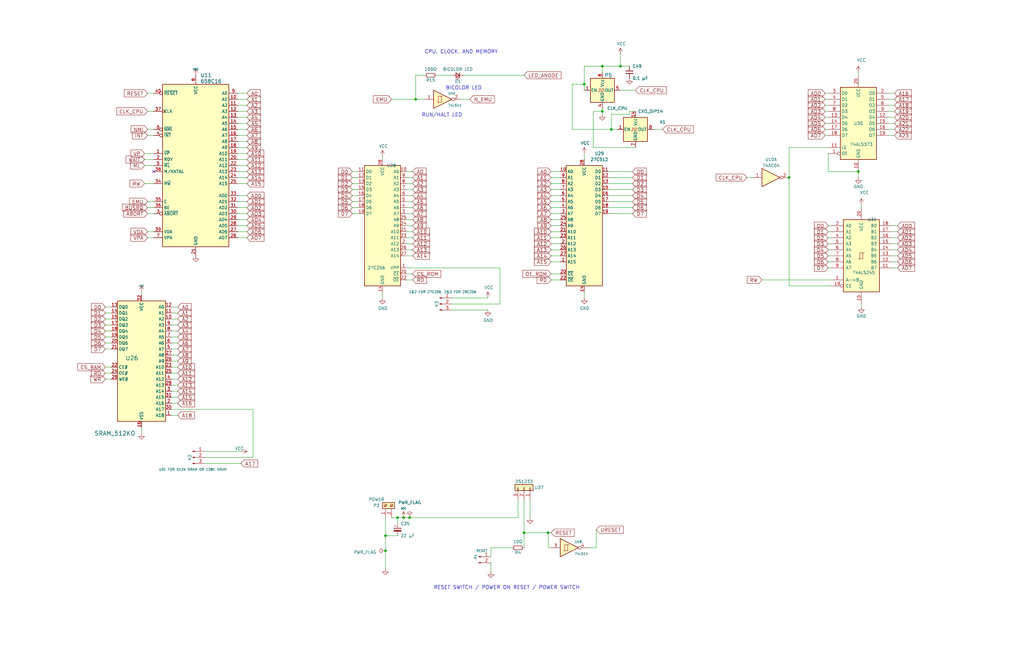
<source format=kicad_sch>
(kicad_sch (version 20230121) (generator eeschema)
  (paper "B")
  (title_block (title "WE65816 - MARK2") (date "2024-09-07") (rev "V0.90"))
  (lib_symbols
    (symbol "74xx:74HC04"
      (property "Reference" "U" (at 0 1.27 0))
      (property "Value" "74HC04" (at 0 -1.27 0))
      (symbol "74HC04_1_0"
        (pin input line (at -7.62 0 0) (length 3.81) (name "~") (number "1"))
        (pin output inverted (at 7.62 0 180) (length 3.81) (name "~") (number "2"))
      )
      (symbol "74HC04_2_0"
        (pin input line (at -7.62 0 0) (length 3.81) (name "~") (number "3"))
        (pin output inverted (at 7.62 0 180) (length 3.81) (name "~") (number "4"))
      )
      (symbol "74HC04_3_0"
        (pin input line (at -7.62 0 0) (length 3.81) (name "~") (number "5"))
        (pin output inverted (at 7.62 0 180) (length 3.81) (name "~") (number "6"))
      )
      (symbol "74HC04_4_0"
        (pin output inverted (at 7.62 0 180) (length 3.81) (name "~") (number "8"))
        (pin input line (at -7.62 0 0) (length 3.81) (name "~") (number "9"))
      )
      (symbol "74HC04_5_0"
        (pin output inverted (at 7.62 0 180) (length 3.81) (name "~") (number "10"))
        (pin input line (at -7.62 0 0) (length 3.81) (name "~") (number "11"))
      )
      (symbol "74HC04_6_0"
        (pin output inverted (at 7.62 0 180) (length 3.81) (name "~") (number "12"))
        (pin input line (at -7.62 0 0) (length 3.81) (name "~") (number "13"))
      )
      (symbol "74HC04_7_0"
        (pin power_in line (at 0 12.7 270) (length 5.08) (name "VCC") (number "14"))
        (pin power_in line (at 0 -12.7 90) (length 5.08) (name "GND") (number "7"))
      )
    )
    (symbol "74xx:74LS14" (pin_names (offset 1.016))
      (property "Reference" "U" (at 0 1.27 0))
      (property "Value" "74LS14" (at 0 -1.27 0))
      (symbol "74LS14_1_0"
        (pin input line (at -7.62 0 0) (length 3.81) (name "~") (number "1"))
        (pin output inverted (at 7.62 0 180) (length 3.81) (name "~") (number "2"))
      )
      (symbol "74LS14_2_0"
        (pin input line (at -7.62 0 0) (length 3.81) (name "~") (number "3"))
        (pin output inverted (at 7.62 0 180) (length 3.81) (name "~") (number "4"))
      )
      (symbol "74LS14_3_0"
        (pin input line (at -7.62 0 0) (length 3.81) (name "~") (number "5"))
        (pin output inverted (at 7.62 0 180) (length 3.81) (name "~") (number "6"))
      )
      (symbol "74LS14_4_0"
        (pin output inverted (at 7.62 0 180) (length 3.81) (name "~") (number "8"))
        (pin input line (at -7.62 0 0) (length 3.81) (name "~") (number "9"))
      )
      (symbol "74LS14_5_0"
        (pin output inverted (at 7.62 0 180) (length 3.81) (name "~") (number "10"))
        (pin input line (at -7.62 0 0) (length 3.81) (name "~") (number "11"))
      )
      (symbol "74LS14_6_0"
        (pin output inverted (at 7.62 0 180) (length 3.81) (name "~") (number "12"))
        (pin input line (at -7.62 0 0) (length 3.81) (name "~") (number "13"))
      )
      (symbol "74LS14_7_0"
        (pin power_in line (at 0 12.7 270) (length 5.08) (name "VCC") (number "14"))
        (pin power_in line (at 0 -12.7 90) (length 5.08) (name "GND") (number "7"))
      )
    )
    (symbol "74xx:74LS245" (pin_names (offset 1.016))
      (property "Reference" "U" (at -7.62 16.51 0))
      (property "Value" "74LS245" (at -7.62 -16.51 0))
      (symbol "74LS245_1_0"
        (pin input line (at -12.7 -10.16 0) (length 5.08) (name "A->B") (number "1"))
        (pin power_in line (at 0 -20.32 90) (length 5.08) (name "GND") (number "10"))
        (pin tri_state line (at 12.7 -5.08 180) (length 5.08) (name "B7") (number "11"))
        (pin tri_state line (at 12.7 -2.54 180) (length 5.08) (name "B6") (number "12"))
        (pin tri_state line (at 12.7 0 180) (length 5.08) (name "B5") (number "13"))
        (pin tri_state line (at 12.7 2.54 180) (length 5.08) (name "B4") (number "14"))
        (pin tri_state line (at 12.7 5.08 180) (length 5.08) (name "B3") (number "15"))
        (pin tri_state line (at 12.7 7.62 180) (length 5.08) (name "B2") (number "16"))
        (pin tri_state line (at 12.7 10.16 180) (length 5.08) (name "B1") (number "17"))
        (pin tri_state line (at 12.7 12.7 180) (length 5.08) (name "B0") (number "18"))
        (pin input inverted (at -12.7 -12.7 0) (length 5.08) (name "CE") (number "19"))
        (pin tri_state line (at -12.7 12.7 0) (length 5.08) (name "A0") (number "2"))
        (pin power_in line (at 0 20.32 270) (length 5.08) (name "VCC") (number "20"))
        (pin tri_state line (at -12.7 10.16 0) (length 5.08) (name "A1") (number "3"))
        (pin tri_state line (at -12.7 7.62 0) (length 5.08) (name "A2") (number "4"))
        (pin tri_state line (at -12.7 5.08 0) (length 5.08) (name "A3") (number "5"))
        (pin tri_state line (at -12.7 2.54 0) (length 5.08) (name "A4") (number "6"))
        (pin tri_state line (at -12.7 0 0) (length 5.08) (name "A5") (number "7"))
        (pin tri_state line (at -12.7 -2.54 0) (length 5.08) (name "A6") (number "8"))
        (pin tri_state line (at -12.7 -5.08 0) (length 5.08) (name "A7") (number "9"))
      )
    )
    (symbol "74xx:74LS373"
      (property "Reference" "U" (at -7.62 16.51 0))
      (property "Value" "74LS373" (at -7.62 -16.51 0))
      (symbol "74LS373_1_0"
        (pin input inverted (at -12.7 -12.7 0) (length 5.08) (name "OE") (number "1"))
        (pin power_in line (at 0 -20.32 90) (length 5.08) (name "GND") (number "10"))
        (pin input line (at -12.7 -10.16 0) (length 5.08) (name "LE") (number "11"))
        (pin tri_state line (at 12.7 2.54 180) (length 5.08) (name "O4") (number "12"))
        (pin input line (at -12.7 2.54 0) (length 5.08) (name "D4") (number "13"))
        (pin input line (at -12.7 0 0) (length 5.08) (name "D5") (number "14"))
        (pin tri_state line (at 12.7 0 180) (length 5.08) (name "O5") (number "15"))
        (pin tri_state line (at 12.7 -2.54 180) (length 5.08) (name "O6") (number "16"))
        (pin input line (at -12.7 -2.54 0) (length 5.08) (name "D6") (number "17"))
        (pin input line (at -12.7 -5.08 0) (length 5.08) (name "D7") (number "18"))
        (pin tri_state line (at 12.7 -5.08 180) (length 5.08) (name "O7") (number "19"))
        (pin tri_state line (at 12.7 12.7 180) (length 5.08) (name "O0") (number "2"))
        (pin power_in line (at 0 20.32 270) (length 5.08) (name "VCC") (number "20"))
        (pin input line (at -12.7 12.7 0) (length 5.08) (name "D0") (number "3"))
        (pin input line (at -12.7 10.16 0) (length 5.08) (name "D1") (number "4"))
        (pin tri_state line (at 12.7 10.16 180) (length 5.08) (name "O1") (number "5"))
        (pin tri_state line (at 12.7 7.62 180) (length 5.08) (name "O2") (number "6"))
        (pin input line (at -12.7 7.62 0) (length 5.08) (name "D2") (number "7"))
        (pin input line (at -12.7 5.08 0) (length 5.08) (name "D3") (number "8"))
        (pin tri_state line (at 12.7 5.08 180) (length 5.08) (name "O3") (number "9"))
      )
    )
    (symbol "Connector:Conn_01x02_Pin" (pin_names (offset 1.016) hide)
      (property "Reference" "J" (at 0 2.54 0))
      (property "Value" "Conn_01x02_Pin" (at 0 -5.08 0))
      (symbol "Conn_01x02_Pin_1_1"
        (pin passive line (at 5.08 0 180) (length 3.81) (name "Pin_1") (number "1"))
        (pin passive line (at 5.08 -2.54 180) (length 3.81) (name "Pin_2") (number "2"))
      )
    )
    (symbol "Connector:Conn_01x03_Pin" (pin_names (offset 1.016) hide)
      (property "Reference" "J" (at 0 5.08 0))
      (property "Value" "Conn_01x03_Pin" (at 0 -5.08 0))
      (symbol "Conn_01x03_Pin_1_1"
        (pin passive line (at 5.08 2.54 180) (length 3.81) (name "Pin_1") (number "1"))
        (pin passive line (at 5.08 0 180) (length 3.81) (name "Pin_2") (number "2"))
        (pin passive line (at 5.08 -2.54 180) (length 3.81) (name "Pin_3") (number "3"))
      )
    )
    (symbol "Connector:Screw_Terminal_01x02" (pin_names (offset 1.016) hide)
      (property "Reference" "J" (at 0 2.54 0))
      (property "Value" "Screw_Terminal_01x02" (at 0 -5.08 0))
      (symbol "Screw_Terminal_01x02_1_1"
        (pin passive line (at -5.08 0 0) (length 3.81) (name "Pin_1") (number "1"))
        (pin passive line (at -5.08 -2.54 0) (length 3.81) (name "Pin_2") (number "2"))
      )
    )
    (symbol "Connector_Generic:Conn_01x03" (pin_names (offset 1.016) hide)
      (property "Reference" "J" (at 0 5.08 0))
      (property "Value" "Conn_01x03" (at 0 -5.08 0))
      (symbol "Conn_01x03_1_1"
        (pin passive line (at -5.08 2.54 0) (length 3.81) (name "Pin_1") (number "1"))
        (pin passive line (at -5.08 0 0) (length 3.81) (name "Pin_2") (number "2"))
        (pin passive line (at -5.08 -2.54 0) (length 3.81) (name "Pin_3") (number "3"))
      )
    )
    (symbol "Device:C_Polarized_Small" (pin_numbers hide) (pin_names (offset 0.254) hide)
      (property "Reference" "C" (at 0.254 1.778 0))
      (property "Value" "C_Polarized_Small" (at 0.254 -2.032 0))
      (symbol "C_Polarized_Small_1_1"
        (pin passive line (at 0 2.54 270) (length 1.8542) (name "~") (number "1"))
        (pin passive line (at 0 -2.54 90) (length 1.8542) (name "~") (number "2"))
      )
    )
    (symbol "Device:C_Small" (pin_numbers hide) (pin_names (offset 0.254) hide)
      (property "Reference" "C" (at 0.254 1.778 0))
      (property "Value" "C_Small" (at 0.254 -2.032 0))
      (symbol "C_Small_1_1"
        (pin passive line (at 0 2.54 270) (length 2.032) (name "~") (number "1"))
        (pin passive line (at 0 -2.54 90) (length 2.032) (name "~") (number "2"))
      )
    )
    (symbol "Device:LED_Small" (pin_numbers hide) (pin_names (offset 0.254) hide)
      (property "Reference" "D" (at -1.27 3.175 0))
      (property "Value" "LED_Small" (at -4.445 -2.54 0))
      (symbol "LED_Small_1_1"
        (pin passive line (at -2.54 0 0) (length 1.778) (name "K") (number "1"))
        (pin passive line (at 2.54 0 180) (length 1.778) (name "A") (number "2"))
      )
    )
    (symbol "Device:R_Small" (pin_numbers hide) (pin_names (offset 0.254) hide)
      (property "Reference" "R" (at 0.762 0.508 0))
      (property "Value" "R_Small" (at 0.762 -1.016 0))
      (symbol "R_Small_1_1"
        (pin passive line (at 0 2.54 270) (length 0.762) (name "~") (number "1"))
        (pin passive line (at 0 -2.54 90) (length 0.762) (name "~") (number "2"))
      )
    )
    (symbol "Memory_EPROM:27C256"
      (property "Reference" "U" (at -7.62 26.67 0))
      (property "Value" "27C256" (at 2.54 -26.67 0))
      (symbol "27C256_1_1"
        (pin input line (at -10.16 -17.78 0) (length 2.54) (name "VPP") (number "1"))
        (pin input line (at -10.16 22.86 0) (length 2.54) (name "A0") (number "10"))
        (pin tri_state line (at 10.16 22.86 180) (length 2.54) (name "D0") (number "11"))
        (pin tri_state line (at 10.16 20.32 180) (length 2.54) (name "D1") (number "12"))
        (pin tri_state line (at 10.16 17.78 180) (length 2.54) (name "D2") (number "13"))
        (pin power_in line (at 0 -27.94 90) (length 2.54) (name "GND") (number "14"))
        (pin tri_state line (at 10.16 15.24 180) (length 2.54) (name "D3") (number "15"))
        (pin tri_state line (at 10.16 12.7 180) (length 2.54) (name "D4") (number "16"))
        (pin tri_state line (at 10.16 10.16 180) (length 2.54) (name "D5") (number "17"))
        (pin tri_state line (at 10.16 7.62 180) (length 2.54) (name "D6") (number "18"))
        (pin tri_state line (at 10.16 5.08 180) (length 2.54) (name "D7") (number "19"))
        (pin input line (at -10.16 -7.62 0) (length 2.54) (name "A12") (number "2"))
        (pin input line (at -10.16 -20.32 0) (length 2.54) (name "~{CE}") (number "20"))
        (pin input line (at -10.16 -2.54 0) (length 2.54) (name "A10") (number "21"))
        (pin input line (at -10.16 -22.86 0) (length 2.54) (name "~{OE}") (number "22"))
        (pin input line (at -10.16 -5.08 0) (length 2.54) (name "A11") (number "23"))
        (pin input line (at -10.16 0 0) (length 2.54) (name "A9") (number "24"))
        (pin input line (at -10.16 2.54 0) (length 2.54) (name "A8") (number "25"))
        (pin input line (at -10.16 -10.16 0) (length 2.54) (name "A13") (number "26"))
        (pin input line (at -10.16 -12.7 0) (length 2.54) (name "A14") (number "27"))
        (pin power_in line (at 0 27.94 270) (length 2.54) (name "VCC") (number "28"))
        (pin input line (at -10.16 5.08 0) (length 2.54) (name "A7") (number "3"))
        (pin input line (at -10.16 7.62 0) (length 2.54) (name "A6") (number "4"))
        (pin input line (at -10.16 10.16 0) (length 2.54) (name "A5") (number "5"))
        (pin input line (at -10.16 12.7 0) (length 2.54) (name "A4") (number "6"))
        (pin input line (at -10.16 15.24 0) (length 2.54) (name "A3") (number "7"))
        (pin input line (at -10.16 17.78 0) (length 2.54) (name "A2") (number "8"))
        (pin input line (at -10.16 20.32 0) (length 2.54) (name "A1") (number "9"))
      )
    )
    (symbol "Memory_EPROM:27C512"
      (property "Reference" "U" (at -7.62 26.67 0))
      (property "Value" "27C512" (at 2.54 -26.67 0))
      (symbol "27C512_1_1"
        (pin input line (at -10.16 -15.24 0) (length 2.54) (name "A15") (number "1"))
        (pin input line (at -10.16 22.86 0) (length 2.54) (name "A0") (number "10"))
        (pin tri_state line (at 10.16 22.86 180) (length 2.54) (name "D0") (number "11"))
        (pin tri_state line (at 10.16 20.32 180) (length 2.54) (name "D1") (number "12"))
        (pin tri_state line (at 10.16 17.78 180) (length 2.54) (name "D2") (number "13"))
        (pin power_in line (at 0 -27.94 90) (length 2.54) (name "GND") (number "14"))
        (pin tri_state line (at 10.16 15.24 180) (length 2.54) (name "D3") (number "15"))
        (pin tri_state line (at 10.16 12.7 180) (length 2.54) (name "D4") (number "16"))
        (pin tri_state line (at 10.16 10.16 180) (length 2.54) (name "D5") (number "17"))
        (pin tri_state line (at 10.16 7.62 180) (length 2.54) (name "D6") (number "18"))
        (pin tri_state line (at 10.16 5.08 180) (length 2.54) (name "D7") (number "19"))
        (pin input line (at -10.16 -7.62 0) (length 2.54) (name "A12") (number "2"))
        (pin input line (at -10.16 -20.32 0) (length 2.54) (name "~{CE}") (number "20"))
        (pin input line (at -10.16 -2.54 0) (length 2.54) (name "A10") (number "21"))
        (pin input line (at -10.16 -22.86 0) (length 2.54) (name "~{OE}") (number "22"))
        (pin input line (at -10.16 -5.08 0) (length 2.54) (name "A11") (number "23"))
        (pin input line (at -10.16 0 0) (length 2.54) (name "A9") (number "24"))
        (pin input line (at -10.16 2.54 0) (length 2.54) (name "A8") (number "25"))
        (pin input line (at -10.16 -10.16 0) (length 2.54) (name "A13") (number "26"))
        (pin input line (at -10.16 -12.7 0) (length 2.54) (name "A14") (number "27"))
        (pin power_in line (at 0 27.94 270) (length 2.54) (name "VCC") (number "28"))
        (pin input line (at -10.16 5.08 0) (length 2.54) (name "A7") (number "3"))
        (pin input line (at -10.16 7.62 0) (length 2.54) (name "A6") (number "4"))
        (pin input line (at -10.16 10.16 0) (length 2.54) (name "A5") (number "5"))
        (pin input line (at -10.16 12.7 0) (length 2.54) (name "A4") (number "6"))
        (pin input line (at -10.16 15.24 0) (length 2.54) (name "A3") (number "7"))
        (pin input line (at -10.16 17.78 0) (length 2.54) (name "A2") (number "8"))
        (pin input line (at -10.16 20.32 0) (length 2.54) (name "A1") (number "9"))
      )
    )
    (symbol "Memory_RAM:AS6C4008-55PCN"
      (property "Reference" "U" (at -10.16 26.035 0))
      (property "Value" "AS6C4008-55PCN" (at 2.54 26.035 0))
      (symbol "AS6C4008-55PCN_0_0"
        (pin power_in line (at 0 -27.94 90) (length 2.54) (name "VSS") (number "16"))
        (pin power_in line (at 0 27.94 270) (length 2.54) (name "VCC") (number "32"))
      )
      (symbol "AS6C4008-55PCN_1_1"
        (pin input line (at -12.7 -22.86 0) (length 2.54) (name "A18") (number "1"))
        (pin input line (at -12.7 17.78 0) (length 2.54) (name "A2") (number "10"))
        (pin input line (at -12.7 20.32 0) (length 2.54) (name "A1") (number "11"))
        (pin input line (at -12.7 22.86 0) (length 2.54) (name "A0") (number "12"))
        (pin tri_state line (at 12.7 22.86 180) (length 2.54) (name "DQ0") (number "13"))
        (pin tri_state line (at 12.7 20.32 180) (length 2.54) (name "DQ1") (number "14"))
        (pin tri_state line (at 12.7 17.78 180) (length 2.54) (name "DQ2") (number "15"))
        (pin tri_state line (at 12.7 15.24 180) (length 2.54) (name "DQ3") (number "17"))
        (pin tri_state line (at 12.7 12.7 180) (length 2.54) (name "DQ4") (number "18"))
        (pin tri_state line (at 12.7 10.16 180) (length 2.54) (name "DQ5") (number "19"))
        (pin input line (at -12.7 -17.78 0) (length 2.54) (name "A16") (number "2"))
        (pin tri_state line (at 12.7 7.62 180) (length 2.54) (name "DQ6") (number "20"))
        (pin tri_state line (at 12.7 5.08 180) (length 2.54) (name "DQ7") (number "21"))
        (pin input line (at 12.7 -2.54 180) (length 2.54) (name "CE#") (number "22"))
        (pin input line (at -12.7 -2.54 0) (length 2.54) (name "A10") (number "23"))
        (pin input line (at 12.7 -5.08 180) (length 2.54) (name "OE#") (number "24"))
        (pin input line (at -12.7 -5.08 0) (length 2.54) (name "A11") (number "25"))
        (pin input line (at -12.7 0 0) (length 2.54) (name "A9") (number "26"))
        (pin input line (at -12.7 2.54 0) (length 2.54) (name "A8") (number "27"))
        (pin input line (at -12.7 -10.16 0) (length 2.54) (name "A13") (number "28"))
        (pin input line (at 12.7 -7.62 180) (length 2.54) (name "WE#") (number "29"))
        (pin input line (at -12.7 -12.7 0) (length 2.54) (name "A14") (number "3"))
        (pin input line (at -12.7 -20.32 0) (length 2.54) (name "A17") (number "30"))
        (pin input line (at -12.7 -15.24 0) (length 2.54) (name "A15") (number "31"))
        (pin input line (at -12.7 -7.62 0) (length 2.54) (name "A12") (number "4"))
        (pin input line (at -12.7 5.08 0) (length 2.54) (name "A7") (number "5"))
        (pin input line (at -12.7 7.62 0) (length 2.54) (name "A6") (number "6"))
        (pin input line (at -12.7 10.16 0) (length 2.54) (name "A5") (number "7"))
        (pin input line (at -12.7 12.7 0) (length 2.54) (name "A4") (number "8"))
        (pin input line (at -12.7 15.24 0) (length 2.54) (name "A3") (number "9"))
      )
    )
    (symbol "Oscillator:CXO_DIP14" (pin_names (offset 0.254))
      (property "Reference" "X" (at -5.08 6.35 0))
      (property "Value" "CXO_DIP14" (at 1.27 -6.35 0))
      (symbol "CXO_DIP14_1_1"
        (pin input line (at -7.62 0 0) (length 2.54) (name "EN") (number "1"))
        (pin power_in line (at 0 7.62 270) (length 2.54) (name "Vcc") (number "14"))
        (pin power_in line (at 0 -7.62 90) (length 2.54) (name "GND") (number "7"))
        (pin output line (at 7.62 0 180) (length 2.54) (name "OUT") (number "8"))
      )
    )
    (symbol "Oscillator:CXO_DIP8" (pin_names (offset 0.254))
      (property "Reference" "X" (at -5.08 6.35 0))
      (property "Value" "CXO_DIP8" (at 1.27 -6.35 0))
      (symbol "CXO_DIP8_1_1"
        (pin input line (at -7.62 0 0) (length 2.54) (name "EN") (number "1"))
        (pin power_in line (at 0 -7.62 90) (length 2.54) (name "GND") (number "4"))
        (pin output line (at 7.62 0 180) (length 2.54) (name "OUT") (number "5"))
        (pin power_in line (at 0 7.62 270) (length 2.54) (name "Vcc") (number "8"))
      )
    )
    (symbol "RPi_pico:65C816"
      (property "Reference" "U27" (at 0 15.24 0))
      (property "Value" "658C16" (at 0 -1.27 0))
      (symbol "65C816_1_1"
        (pin output line (at -17.78 -21.59 0) (length 3.81) (name "~{VP}") (number "1"))
        (pin tri_state line (at 17.78 1.27 180) (length 3.81) (name "A1") (number "10"))
        (pin tri_state line (at 17.78 -1.27 180) (length 3.81) (name "A2") (number "11"))
        (pin tri_state line (at 17.78 -3.81 180) (length 3.81) (name "A3") (number "12"))
        (pin tri_state line (at 17.78 -6.35 180) (length 3.81) (name "A4") (number "13"))
        (pin tri_state line (at 17.78 -8.89 180) (length 3.81) (name "A5") (number "14"))
        (pin tri_state line (at 17.78 -11.43 180) (length 3.81) (name "A6") (number "15"))
        (pin tri_state line (at 17.78 -13.97 180) (length 3.81) (name "A7") (number "16"))
        (pin tri_state line (at 17.78 -16.51 180) (length 3.81) (name "A8") (number "17"))
        (pin tri_state line (at 17.78 -19.05 180) (length 3.81) (name "A9") (number "18"))
        (pin tri_state line (at 17.78 -21.59 180) (length 3.81) (name "A10") (number "19"))
        (pin bidirectional line (at -17.78 -24.13 0) (length 3.81) (name "RDY") (number "2"))
        (pin tri_state line (at 17.78 -24.13 180) (length 3.81) (name "A11") (number "20"))
        (pin power_in line (at 0 -64.77 90) (length 3.81) (name "GND") (number "21"))
        (pin tri_state line (at 17.78 -26.67 180) (length 3.81) (name "A12") (number "22"))
        (pin tri_state line (at 17.78 -29.21 180) (length 3.81) (name "A13") (number "23"))
        (pin tri_state line (at 17.78 -31.75 180) (length 3.81) (name "A14") (number "24"))
        (pin tri_state line (at 17.78 -34.29 180) (length 3.81) (name "A15") (number "25"))
        (pin bidirectional line (at 17.78 -57.15 180) (length 3.81) (name "AD7") (number "26"))
        (pin bidirectional line (at 17.78 -54.61 180) (length 3.81) (name "AD6") (number "27"))
        (pin bidirectional line (at 17.78 -52.07 180) (length 3.81) (name "AD5") (number "28"))
        (pin bidirectional line (at 17.78 -49.53 180) (length 3.81) (name "AD4") (number "29"))
        (pin input inverted (at -17.78 -46.99 0) (length 3.81) (name "~{ABORT}") (number "3"))
        (pin bidirectional line (at 17.78 -46.99 180) (length 3.81) (name "AD3") (number "30"))
        (pin bidirectional line (at 17.78 -44.45 180) (length 3.81) (name "AD2") (number "31"))
        (pin bidirectional line (at 17.78 -41.91 180) (length 3.81) (name "AD1") (number "32"))
        (pin bidirectional line (at 17.78 -39.37 180) (length 3.81) (name "AD0") (number "33"))
        (pin tri_state line (at -17.78 -34.29 0) (length 3.81) (name "R~{W}") (number "34"))
        (pin output line (at -17.78 -41.91 0) (length 3.81) (name "E") (number "35"))
        (pin input line (at -17.78 -44.45 0) (length 3.81) (name "BE") (number "36"))
        (pin input clock (at -17.78 -3.81 0) (length 3.81) (name "CLK") (number "37"))
        (pin output line (at -17.78 -29.21 0) (length 3.81) (name "M/XXTAL") (number "38"))
        (pin output line (at -17.78 -54.61 0) (length 3.81) (name "VDA") (number "39"))
        (pin input inverted (at -17.78 -13.97 0) (length 3.81) (name "~{INT}") (number "4"))
        (pin input inverted (at -17.78 3.81 0) (length 3.81) (name "~{RESET}") (number "40"))
        (pin output line (at -17.78 -26.67 0) (length 3.81) (name "~{ML}") (number "5"))
        (pin input inverted (at -17.78 -11.43 0) (length 3.81) (name "~{NMI}") (number "6"))
        (pin output line (at -17.78 -57.15 0) (length 3.81) (name "VPA") (number "7"))
        (pin power_in line (at 0 11.43 270) (length 3.81) (name "VCC") (number "8"))
        (pin tri_state line (at 17.78 3.81 180) (length 3.81) (name "A0") (number "9"))
      )
    )
    (symbol "power:GND" (power) (pin_names (offset 0))
      (property "Value" "GND" (at 0 -3.81 0))
      (symbol "GND_1_1"
        (pin power_in line (at 0 0 270) (length 0) hide (name "GND") (number "1"))
      )
    )
    (symbol "power:PWR_FLAG" (power) (pin_numbers hide) (pin_names (offset 0) hide)
      (property "Value" "PWR_FLAG" (at 0 3.81 0))
      (symbol "PWR_FLAG_0_0"
        (pin power_out line (at 0 0 90) (length 0) (name "pwr") (number "1"))
      )
    )
    (symbol "power:VCC" (power) (pin_names (offset 0))
      (property "Value" "VCC" (at 0 3.81 0))
      (symbol "VCC_1_1"
        (pin power_in line (at 0 0 90) (length 0) hide (name "VCC") (number "1"))
      )
    )
  )
  (junction (at 261.62 27.94))
  (junction (at 257.81 54.61))
  (junction (at 254 27.94))
  (junction (at 231.14 224.79))
  (junction (at 361.95 72.39))
  (junction (at 220.98 224.79))
  (junction (at 175.26 41.91))
  (junction (at 162.56 226.06))
  (junction (at 332.74 74.93))
  (junction (at 246.38 35.56))
  (junction (at 167.64 218.44))
  (junction (at 170.18 218.44))
  (junction (at 172.72 218.44))
  (junction (at 162.56 232.41))
  (junction (at 254 46.99))
  (no_connect (at 64.77 72.39))
  (wire (pts (xy 375.92 97.79) (xy 378.46 97.79)))
  (wire (pts (xy 236.22 95.25) (xy 232.41 95.25)))
  (wire (pts (xy 236.22 74.93) (xy 232.41 74.93)))
  (wire (pts (xy 170.18 218.44) (xy 172.72 218.44)))
  (wire (pts (xy 72.39 132.08) (xy 74.93 132.08)))
  (wire (pts (xy 246.38 35.56) (xy 241.3 35.56)))
  (wire (pts (xy 374.65 57.15) (xy 377.19 57.15)))
  (wire (pts (xy 72.39 147.32) (xy 74.93 147.32)))
  (wire (pts (xy 171.45 90.17) (xy 173.99 90.17)))
  (wire (pts (xy 60.96 67.31) (xy 64.77 67.31)))
  (wire (pts (xy 223.52 210.82) (xy 223.52 218.44)))
  (wire (pts (xy 100.33 90.17) (xy 104.14 90.17)))
  (wire (pts (xy 363.22 128.27) (xy 363.22 129.54)))
  (wire (pts (xy 261.62 38.1) (xy 267.97 38.1)))
  (wire (pts (xy 374.65 44.45) (xy 377.19 44.45)))
  (wire (pts (xy 62.23 57.15) (xy 64.77 57.15)))
  (wire (pts (xy 207.01 231.14) (xy 215.9 231.14)))
  (wire (pts (xy 148.59 80.01) (xy 151.13 80.01)))
  (wire (pts (xy 162.56 226.06) (xy 167.64 226.06)))
  (wire (pts (xy 175.26 41.91) (xy 175.26 31.75)))
  (wire (pts (xy 100.33 72.39) (xy 104.14 72.39)))
  (wire (pts (xy 261.62 22.86) (xy 261.62 27.94)))
  (wire (pts (xy 72.39 162.56) (xy 74.93 162.56)))
  (wire (pts (xy 256.54 85.09) (xy 266.7 85.09)))
  (wire (pts (xy 86.36 195.58) (xy 101.6 195.58)))
  (wire (pts (xy 59.69 123.19) (xy 59.69 124.46)))
  (wire (pts (xy 321.31 118.11) (xy 350.52 118.11)))
  (wire (pts (xy 349.25 95.25) (xy 350.52 95.25)))
  (wire (pts (xy 347.98 41.91) (xy 349.25 41.91)))
  (wire (pts (xy 44.45 160.02) (xy 46.99 160.02)))
  (wire (pts (xy 190.5 130.81) (xy 205.74 130.81)))
  (wire (pts (xy 314.96 74.93) (xy 317.5 74.93)))
  (wire (pts (xy 148.59 82.55) (xy 151.13 82.55)))
  (wire (pts (xy 349.25 105.41) (xy 350.52 105.41)))
  (wire (pts (xy 171.45 92.71) (xy 173.99 92.71)))
  (wire (pts (xy 162.56 218.44) (xy 162.56 226.06)))
  (wire (pts (xy 194.31 41.91) (xy 198.12 41.91)))
  (wire (pts (xy 72.39 152.4) (xy 74.93 152.4)))
  (wire (pts (xy 210.82 113.03) (xy 210.82 128.27)))
  (wire (pts (xy 148.59 87.63) (xy 151.13 87.63)))
  (wire (pts (xy 375.92 100.33) (xy 378.46 100.33)))
  (wire (pts (xy 210.82 128.27) (xy 190.5 128.27)))
  (wire (pts (xy 247.65 231.14) (xy 251.46 231.14)))
  (wire (pts (xy 100.33 85.09) (xy 104.14 85.09)))
  (wire (pts (xy 171.45 74.93) (xy 173.99 74.93)))
  (wire (pts (xy 171.45 105.41) (xy 173.99 105.41)))
  (wire (pts (xy 375.92 102.87) (xy 378.46 102.87)))
  (wire (pts (xy 332.74 62.23) (xy 332.74 74.93)))
  (wire (pts (xy 161.29 66.04) (xy 161.29 67.31)))
  (wire (pts (xy 374.65 41.91) (xy 377.19 41.91)))
  (wire (pts (xy 100.33 97.79) (xy 104.14 97.79)))
  (wire (pts (xy 347.98 39.37) (xy 349.25 39.37)))
  (wire (pts (xy 347.98 46.99) (xy 349.25 46.99)))
  (wire (pts (xy 72.39 167.64) (xy 74.93 167.64)))
  (wire (pts (xy 236.22 82.55) (xy 232.41 82.55)))
  (wire (pts (xy 62.23 90.17) (xy 64.77 90.17)))
  (wire (pts (xy 167.64 218.44) (xy 170.18 218.44)))
  (wire (pts (xy 236.22 107.95) (xy 232.41 107.95)))
  (wire (pts (xy 62.23 87.63) (xy 64.77 87.63)))
  (wire (pts (xy 236.22 118.11) (xy 232.41 118.11)))
  (wire (pts (xy 175.26 41.91) (xy 179.07 41.91)))
  (wire (pts (xy 254 46.99) (xy 254 48.26)))
  (wire (pts (xy 72.39 165.1) (xy 74.93 165.1)))
  (wire (pts (xy 171.45 115.57) (xy 173.99 115.57)))
  (wire (pts (xy 349.25 107.95) (xy 350.52 107.95)))
  (wire (pts (xy 256.54 82.55) (xy 266.7 82.55)))
  (wire (pts (xy 100.33 39.37) (xy 104.14 39.37)))
  (wire (pts (xy 62.23 39.37) (xy 64.77 39.37)))
  (wire (pts (xy 171.45 113.03) (xy 210.82 113.03)))
  (wire (pts (xy 148.59 72.39) (xy 151.13 72.39)))
  (wire (pts (xy 250.19 62.23) (xy 250.19 46.99)))
  (wire (pts (xy 62.23 100.33) (xy 64.77 100.33)))
  (wire (pts (xy 256.54 74.93) (xy 266.7 74.93)))
  (wire (pts (xy 374.65 49.53) (xy 377.19 49.53)))
  (wire (pts (xy 241.3 35.56) (xy 241.3 54.61)))
  (wire (pts (xy 349.25 64.77) (xy 349.25 72.39)))
  (wire (pts (xy 62.23 54.61) (xy 64.77 54.61)))
  (wire (pts (xy 236.22 85.09) (xy 232.41 85.09)))
  (wire (pts (xy 236.22 102.87) (xy 232.41 102.87)))
  (wire (pts (xy 162.56 232.41) (xy 162.56 240.03)))
  (wire (pts (xy 207.01 237.49) (xy 207.01 241.3)))
  (wire (pts (xy 231.14 231.14) (xy 232.41 231.14)))
  (wire (pts (xy 171.45 102.87) (xy 173.99 102.87)))
  (wire (pts (xy 254 30.48) (xy 254 27.94)))
  (wire (pts (xy 171.45 95.25) (xy 173.99 95.25)))
  (wire (pts (xy 100.33 69.85) (xy 104.14 69.85)))
  (wire (pts (xy 347.98 52.07) (xy 349.25 52.07)))
  (wire (pts (xy 256.54 80.01) (xy 266.7 80.01)))
  (wire (pts (xy 171.45 77.47) (xy 173.99 77.47)))
  (wire (pts (xy 72.39 144.78) (xy 74.93 144.78)))
  (wire (pts (xy 100.33 41.91) (xy 104.14 41.91)))
  (wire (pts (xy 171.45 118.11) (xy 173.99 118.11)))
  (wire (pts (xy 44.45 132.08) (xy 46.99 132.08)))
  (wire (pts (xy 332.74 120.65) (xy 350.52 120.65)))
  (wire (pts (xy 246.38 67.31) (xy 246.38 64.77)))
  (wire (pts (xy 62.23 46.99) (xy 64.77 46.99)))
  (wire (pts (xy 44.45 129.54) (xy 46.99 129.54)))
  (wire (pts (xy 254 27.94) (xy 261.62 27.94)))
  (wire (pts (xy 171.45 100.33) (xy 173.99 100.33)))
  (wire (pts (xy 167.64 218.44) (xy 167.64 220.98)))
  (wire (pts (xy 62.23 97.79) (xy 64.77 97.79)))
  (wire (pts (xy 236.22 110.49) (xy 232.41 110.49)))
  (wire (pts (xy 100.33 82.55) (xy 104.14 82.55)))
  (wire (pts (xy 218.44 210.82) (xy 218.44 218.44)))
  (wire (pts (xy 349.25 100.33) (xy 350.52 100.33)))
  (wire (pts (xy 184.15 31.75) (xy 190.5 31.75)))
  (wire (pts (xy 347.98 49.53) (xy 349.25 49.53)))
  (wire (pts (xy 236.22 115.57) (xy 232.41 115.57)))
  (wire (pts (xy 265.43 46.99) (xy 267.97 46.99)))
  (wire (pts (xy 161.29 123.19) (xy 161.29 125.73)))
  (wire (pts (xy 171.45 87.63) (xy 173.99 87.63)))
  (wire (pts (xy 236.22 100.33) (xy 232.41 100.33)))
  (wire (pts (xy 175.26 41.91) (xy 165.1 41.91)))
  (wire (pts (xy 256.54 72.39) (xy 266.7 72.39)))
  (wire (pts (xy 375.92 107.95) (xy 378.46 107.95)))
  (wire (pts (xy 44.45 144.78) (xy 46.99 144.78)))
  (wire (pts (xy 175.26 31.75) (xy 179.07 31.75)))
  (wire (pts (xy 172.72 218.44) (xy 218.44 218.44)))
  (wire (pts (xy 171.45 72.39) (xy 173.99 72.39)))
  (wire (pts (xy 236.22 72.39) (xy 232.41 72.39)))
  (wire (pts (xy 236.22 105.41) (xy 232.41 105.41)))
  (wire (pts (xy 246.38 27.94) (xy 254 27.94)))
  (wire (pts (xy 236.22 97.79) (xy 232.41 97.79)))
  (wire (pts (xy 100.33 46.99) (xy 104.14 46.99)))
  (wire (pts (xy 72.39 160.02) (xy 74.93 160.02)))
  (wire (pts (xy 374.65 54.61) (xy 377.19 54.61)))
  (wire (pts (xy 100.33 49.53) (xy 104.14 49.53)))
  (wire (pts (xy 236.22 90.17) (xy 232.41 90.17)))
  (wire (pts (xy 257.81 54.61) (xy 260.35 54.61)))
  (wire (pts (xy 148.59 90.17) (xy 151.13 90.17)))
  (wire (pts (xy 60.96 64.77) (xy 64.77 64.77)))
  (wire (pts (xy 246.38 123.19) (xy 246.38 125.73)))
  (wire (pts (xy 374.65 52.07) (xy 377.19 52.07)))
  (wire (pts (xy 349.25 113.03) (xy 350.52 113.03)))
  (wire (pts (xy 375.92 113.03) (xy 378.46 113.03)))
  (wire (pts (xy 246.38 35.56) (xy 246.38 27.94)))
  (wire (pts (xy 205.74 125.73) (xy 190.5 125.73)))
  (wire (pts (xy 236.22 92.71) (xy 232.41 92.71)))
  (wire (pts (xy 261.62 27.94) (xy 265.43 27.94)))
  (wire (pts (xy 100.33 92.71) (xy 104.14 92.71)))
  (wire (pts (xy 72.39 154.94) (xy 74.93 154.94)))
  (wire (pts (xy 171.45 97.79) (xy 173.99 97.79)))
  (wire (pts (xy 100.33 57.15) (xy 104.14 57.15)))
  (wire (pts (xy 100.33 64.77) (xy 104.14 64.77)))
  (wire (pts (xy 148.59 77.47) (xy 151.13 77.47)))
  (wire (pts (xy 256.54 87.63) (xy 266.7 87.63)))
  (wire (pts (xy 72.39 134.62) (xy 74.93 134.62)))
  (wire (pts (xy 347.98 44.45) (xy 349.25 44.45)))
  (wire (pts (xy 207.01 231.14) (xy 207.01 234.95)))
  (wire (pts (xy 72.39 129.54) (xy 74.93 129.54)))
  (wire (pts (xy 375.92 110.49) (xy 378.46 110.49)))
  (wire (pts (xy 100.33 87.63) (xy 104.14 87.63)))
  (wire (pts (xy 44.45 147.32) (xy 46.99 147.32)))
  (wire (pts (xy 251.46 231.14) (xy 251.46 223.52)))
  (wire (pts (xy 60.96 77.47) (xy 64.77 77.47)))
  (wire (pts (xy 236.22 87.63) (xy 232.41 87.63)))
  (wire (pts (xy 86.36 193.04) (xy 106.68 193.04)))
  (wire (pts (xy 62.23 85.09) (xy 64.77 85.09)))
  (wire (pts (xy 195.58 31.75) (xy 220.98 31.75)))
  (wire (pts (xy 220.98 210.82) (xy 220.98 224.79)))
  (wire (pts (xy 44.45 139.7) (xy 46.99 139.7)))
  (wire (pts (xy 231.14 224.79) (xy 232.41 224.79)))
  (wire (pts (xy 275.59 54.61) (xy 279.4 54.61)))
  (wire (pts (xy 86.36 190.5) (xy 101.6 190.5)))
  (wire (pts (xy 100.33 67.31) (xy 104.14 67.31)))
  (wire (pts (xy 171.45 85.09) (xy 173.99 85.09)))
  (wire (pts (xy 361.95 30.48) (xy 361.95 31.75)))
  (wire (pts (xy 256.54 90.17) (xy 266.7 90.17)))
  (wire (pts (xy 100.33 44.45) (xy 104.14 44.45)))
  (wire (pts (xy 375.92 95.25) (xy 378.46 95.25)))
  (wire (pts (xy 254 45.72) (xy 254 46.99)))
  (wire (pts (xy 44.45 157.48) (xy 46.99 157.48)))
  (wire (pts (xy 241.3 54.61) (xy 257.81 54.61)))
  (wire (pts (xy 171.45 80.01) (xy 173.99 80.01)))
  (wire (pts (xy 361.95 72.39) (xy 361.95 74.93)))
  (wire (pts (xy 100.33 74.93) (xy 104.14 74.93)))
  (wire (pts (xy 72.39 157.48) (xy 74.93 157.48)))
  (wire (pts (xy 374.65 46.99) (xy 377.19 46.99)))
  (wire (pts (xy 257.81 54.61) (xy 257.81 48.26)))
  (wire (pts (xy 72.39 175.26) (xy 74.93 175.26)))
  (wire (pts (xy 349.25 102.87) (xy 350.52 102.87)))
  (wire (pts (xy 100.33 54.61) (xy 104.14 54.61)))
  (wire (pts (xy 100.33 52.07) (xy 104.14 52.07)))
  (wire (pts (xy 59.69 180.34) (xy 59.69 182.88)))
  (wire (pts (xy 349.25 72.39) (xy 361.95 72.39)))
  (wire (pts (xy 100.33 77.47) (xy 104.14 77.47)))
  (wire (pts (xy 220.98 224.79) (xy 231.14 224.79)))
  (wire (pts (xy 72.39 139.7) (xy 74.93 139.7)))
  (wire (pts (xy 44.45 154.94) (xy 46.99 154.94)))
  (wire (pts (xy 72.39 172.72) (xy 106.68 172.72)))
  (wire (pts (xy 100.33 59.69) (xy 104.14 59.69)))
  (wire (pts (xy 100.33 62.23) (xy 104.14 62.23)))
  (wire (pts (xy 44.45 142.24) (xy 46.99 142.24)))
  (wire (pts (xy 231.14 224.79) (xy 231.14 231.14)))
  (wire (pts (xy 347.98 54.61) (xy 349.25 54.61)))
  (wire (pts (xy 256.54 77.47) (xy 266.7 77.47)))
  (wire (pts (xy 72.39 149.86) (xy 74.93 149.86)))
  (wire (pts (xy 72.39 170.18) (xy 74.93 170.18)))
  (wire (pts (xy 72.39 137.16) (xy 74.93 137.16)))
  (wire (pts (xy 250.19 46.99) (xy 254 46.99)))
  (wire (pts (xy 220.98 224.79) (xy 220.98 231.14)))
  (wire (pts (xy 72.39 142.24) (xy 74.93 142.24)))
  (wire (pts (xy 246.38 38.1) (xy 246.38 35.56)))
  (wire (pts (xy 60.96 69.85) (xy 64.77 69.85)))
  (wire (pts (xy 44.45 134.62) (xy 46.99 134.62)))
  (wire (pts (xy 236.22 77.47) (xy 232.41 77.47)))
  (wire (pts (xy 349.25 97.79) (xy 350.52 97.79)))
  (wire (pts (xy 257.81 48.26) (xy 265.43 48.26)))
  (wire (pts (xy 265.43 48.26) (xy 265.43 46.99)))
  (wire (pts (xy 171.45 107.95) (xy 173.99 107.95)))
  (wire (pts (xy 44.45 137.16) (xy 46.99 137.16)))
  (wire (pts (xy 374.65 39.37) (xy 377.19 39.37)))
  (wire (pts (xy 349.25 110.49) (xy 350.52 110.49)))
  (wire (pts (xy 165.1 218.44) (xy 167.64 218.44)))
  (wire (pts (xy 332.74 74.93) (xy 332.74 120.65)))
  (wire (pts (xy 349.25 62.23) (xy 332.74 62.23)))
  (wire (pts (xy 347.98 57.15) (xy 349.25 57.15)))
  (wire (pts (xy 267.97 62.23) (xy 250.19 62.23)))
  (wire (pts (xy 148.59 85.09) (xy 151.13 85.09)))
  (wire (pts (xy 236.22 80.01) (xy 232.41 80.01)))
  (wire (pts (xy 100.33 100.33) (xy 104.14 100.33)))
  (wire (pts (xy 363.22 86.36) (xy 363.22 87.63)))
  (wire (pts (xy 162.56 226.06) (xy 162.56 232.41)))
  (wire (pts (xy 148.59 74.93) (xy 151.13 74.93)))
  (wire (pts (xy 100.33 95.25) (xy 104.14 95.25)))
  (wire (pts (xy 106.68 193.04) (xy 106.68 172.72)))
  (wire (pts (xy 171.45 82.55) (xy 173.99 82.55)))
  (wire (pts (xy 375.92 105.41) (xy 378.46 105.41)))
  (text "RESET SWITCH / POWER ON RESET / POWER SWITCH" (at 182.88 248.92 0) (effects (font (size 1.524 1.524)) (justify left bottom)))
  (text "RUN/HALT LED" (at 177.8 49.53 0) (effects (font (size 1.524 1.524)) (justify left bottom)))
  (text "CPU, CLOCK, AND MEMORY" (at 179.07 22.86 0) (effects (font (size 1.524 1.524)) (justify left bottom)))
  (text "BICOLOR LED" (at 187.96 38.1 0) (effects (font (size 1.524 1.524)) (justify left bottom)))
  (global_label "D6" (shape input) (at 148.59 87.63 180) (effects (font (size 1.524 1.524))) (property "Intersheetrefs" "${INTERSHEET_REFS}" (effects hide)))
  (global_label "D7" (shape input) (at 148.59 90.17 180) (effects (font (size 1.524 1.524))) (property "Intersheetrefs" "${INTERSHEET_REFS}" (effects hide)))
  (global_label "AD0" (shape input) (at 347.98 39.37 180) (effects (font (size 1.524 1.524))) (property "Intersheetrefs" "${INTERSHEET_REFS}" (effects hide)))
  (global_label "A7" (shape input) (at 104.14 57.15 0) (effects (font (size 1.524 1.524))) (property "Intersheetrefs" "${INTERSHEET_REFS}" (effects hide)))
  (global_label "O1_ROM" (shape input) (at 232.41 115.57 180) (effects (font (size 1.524 1.524))) (property "Intersheetrefs" "${INTERSHEET_REFS}" (effects hide)))
  (global_label "AD1" (shape input) (at 378.46 97.79 0) (effects (font (size 1.524 1.524))) (property "Intersheetrefs" "${INTERSHEET_REFS}" (effects hide)))
  (global_label "A6" (shape input) (at 104.14 54.61 0) (effects (font (size 1.524 1.524))) (property "Intersheetrefs" "${INTERSHEET_REFS}" (effects hide)))
  (global_label "AD6" (shape input) (at 104.14 97.79 0) (effects (font (size 1.524 1.524))) (property "Intersheetrefs" "${INTERSHEET_REFS}" (effects hide)))
  (global_label "A18" (shape input) (at 377.19 44.45 0) (effects (font (size 1.524 1.524))) (property "Intersheetrefs" "${INTERSHEET_REFS}" (effects hide)))
  (global_label "D5" (shape input) (at 266.7 85.09 0) (effects (font (size 1.524 1.524))) (property "Intersheetrefs" "${INTERSHEET_REFS}" (effects hide)))
  (global_label "AD7" (shape input) (at 347.98 57.15 180) (effects (font (size 1.524 1.524))) (property "Intersheetrefs" "${INTERSHEET_REFS}" (effects hide)))
  (global_label "A6" (shape input) (at 74.93 144.78 0) (effects (font (size 1.524 1.524))) (property "Intersheetrefs" "${INTERSHEET_REFS}" (effects hide)))
  (global_label "D2" (shape input) (at 266.7 77.47 0) (effects (font (size 1.524 1.524))) (property "Intersheetrefs" "${INTERSHEET_REFS}" (effects hide)))
  (global_label "A11" (shape input) (at 104.14 67.31 0) (effects (font (size 1.524 1.524))) (property "Intersheetrefs" "${INTERSHEET_REFS}" (effects hide)))
  (global_label "AD2" (shape input) (at 347.98 44.45 180) (effects (font (size 1.524 1.524))) (property "Intersheetrefs" "${INTERSHEET_REFS}" (effects hide)))
  (global_label "AD0" (shape input) (at 378.46 95.25 0) (effects (font (size 1.524 1.524))) (property "Intersheetrefs" "${INTERSHEET_REFS}" (effects hide)))
  (global_label "AD7" (shape input) (at 104.14 100.33 0) (effects (font (size 1.524 1.524))) (property "Intersheetrefs" "${INTERSHEET_REFS}" (effects hide)))
  (global_label "A5" (shape input) (at 173.99 85.09 0) (effects (font (size 1.524 1.524))) (property "Intersheetrefs" "${INTERSHEET_REFS}" (effects hide)))
  (global_label "A20" (shape input) (at 377.19 49.53 0) (effects (font (size 1.524 1.524))) (property "Intersheetrefs" "${INTERSHEET_REFS}" (effects hide)))
  (global_label "D0" (shape input) (at 266.7 72.39 0) (effects (font (size 1.524 1.524))) (property "Intersheetrefs" "${INTERSHEET_REFS}" (effects hide)))
  (global_label "A2" (shape input) (at 232.41 77.47 180) (effects (font (size 1.524 1.524))) (property "Intersheetrefs" "${INTERSHEET_REFS}" (effects hide)))
  (global_label "D0" (shape input) (at 148.59 72.39 180) (effects (font (size 1.524 1.524))) (property "Intersheetrefs" "${INTERSHEET_REFS}" (effects hide)))
  (global_label "D6" (shape input) (at 266.7 87.63 0) (effects (font (size 1.524 1.524))) (property "Intersheetrefs" "${INTERSHEET_REFS}" (effects hide)))
  (global_label "AD2" (shape input) (at 378.46 100.33 0) (effects (font (size 1.524 1.524))) (property "Intersheetrefs" "${INTERSHEET_REFS}" (effects hide)))
  (global_label "A12" (shape input) (at 173.99 102.87 0) (effects (font (size 1.524 1.524))) (property "Intersheetrefs" "${INTERSHEET_REFS}" (effects hide)))
  (global_label "A14" (shape input) (at 232.41 107.95 180) (effects (font (size 1.524 1.524))) (property "Intersheetrefs" "${INTERSHEET_REFS}" (effects hide)))
  (global_label "A14" (shape input) (at 104.14 74.93 0) (effects (font (size 1.524 1.524))) (property "Intersheetrefs" "${INTERSHEET_REFS}" (effects hide)))
  (global_label "A21" (shape input) (at 377.19 52.07 0) (effects (font (size 1.524 1.524))) (property "Intersheetrefs" "${INTERSHEET_REFS}" (effects hide)))
  (global_label "D7" (shape input) (at 44.45 147.32 180) (effects (font (size 1.524 1.524))) (property "Intersheetrefs" "${INTERSHEET_REFS}" (effects hide)))
  (global_label "A5" (shape input) (at 232.41 85.09 180) (effects (font (size 1.524 1.524))) (property "Intersheetrefs" "${INTERSHEET_REFS}" (effects hide)))
  (global_label "A14" (shape input) (at 173.99 107.95 0) (effects (font (size 1.524 1.524))) (property "Intersheetrefs" "${INTERSHEET_REFS}" (effects hide)))
  (global_label "D3" (shape input) (at 349.25 102.87 180) (effects (font (size 1.524 1.524))) (property "Intersheetrefs" "${INTERSHEET_REFS}" (effects hide)))
  (global_label "WR" (shape input) (at 44.45 160.02 180) (effects (font (size 1.524 1.524))) (property "Intersheetrefs" "${INTERSHEET_REFS}" (effects hide)))
  (global_label "D6" (shape input) (at 44.45 144.78 180) (effects (font (size 1.524 1.524))) (property "Intersheetrefs" "${INTERSHEET_REFS}" (effects hide)))
  (global_label "A2" (shape input) (at 173.99 77.47 0) (effects (font (size 1.524 1.524))) (property "Intersheetrefs" "${INTERSHEET_REFS}" (effects hide)))
  (global_label "A1" (shape input) (at 173.99 74.93 0) (effects (font (size 1.524 1.524))) (property "Intersheetrefs" "${INTERSHEET_REFS}" (effects hide)))
  (global_label "D5" (shape input) (at 148.59 85.09 180) (effects (font (size 1.524 1.524))) (property "Intersheetrefs" "${INTERSHEET_REFS}" (effects hide)))
  (global_label "D2" (shape input) (at 349.25 100.33 180) (effects (font (size 1.524 1.524))) (property "Intersheetrefs" "${INTERSHEET_REFS}" (effects hide)))
  (global_label "A11" (shape input) (at 173.99 100.33 0) (effects (font (size 1.524 1.524))) (property "Intersheetrefs" "${INTERSHEET_REFS}" (effects hide)))
  (global_label "LED_ANODE" (shape input) (at 220.98 31.75 0) (effects (font (size 1.524 1.524))) (property "Intersheetrefs" "${INTERSHEET_REFS}" (effects hide)))
  (global_label "A3" (shape input) (at 104.14 46.99 0) (effects (font (size 1.524 1.524))) (property "Intersheetrefs" "${INTERSHEET_REFS}" (effects hide)))
  (global_label "A3" (shape input) (at 232.41 80.01 180) (effects (font (size 1.524 1.524))) (property "Intersheetrefs" "${INTERSHEET_REFS}" (effects hide)))
  (global_label "WAIT" (shape input) (at 60.96 67.31 180) (effects (font (size 1.524 1.524))) (property "Intersheetrefs" "${INTERSHEET_REFS}" (effects hide)))
  (global_label "A6" (shape input) (at 173.99 87.63 0) (effects (font (size 1.524 1.524))) (property "Intersheetrefs" "${INTERSHEET_REFS}" (effects hide)))
  (global_label "D3" (shape input) (at 44.45 137.16 180) (effects (font (size 1.524 1.524))) (property "Intersheetrefs" "${INTERSHEET_REFS}" (effects hide)))
  (global_label "A4" (shape input) (at 104.14 49.53 0) (effects (font (size 1.524 1.524))) (property "Intersheetrefs" "${INTERSHEET_REFS}" (effects hide)))
  (global_label "A15" (shape input) (at 232.41 110.49 180) (effects (font (size 1.524 1.524))) (property "Intersheetrefs" "${INTERSHEET_REFS}" (effects hide)))
  (global_label "A7" (shape input) (at 74.93 147.32 0) (effects (font (size 1.524 1.524))) (property "Intersheetrefs" "${INTERSHEET_REFS}" (effects hide)))
  (global_label "A7" (shape input) (at 173.99 90.17 0) (effects (font (size 1.524 1.524))) (property "Intersheetrefs" "${INTERSHEET_REFS}" (effects hide)))
  (global_label "URESET" (shape input) (at 251.46 223.52 0) (effects (font (size 1.524 1.524))) (property "Intersheetrefs" "${INTERSHEET_REFS}" (effects hide)))
  (global_label "D5" (shape input) (at 44.45 142.24 180) (effects (font (size 1.524 1.524))) (property "Intersheetrefs" "${INTERSHEET_REFS}" (effects hide)))
  (global_label "AD3" (shape input) (at 347.98 46.99 180) (effects (font (size 1.524 1.524))) (property "Intersheetrefs" "${INTERSHEET_REFS}" (effects hide)))
  (global_label "D1" (shape input) (at 266.7 74.93 0) (effects (font (size 1.524 1.524))) (property "Intersheetrefs" "${INTERSHEET_REFS}" (effects hide)))
  (global_label "NMI" (shape input) (at 62.23 54.61 180) (effects (font (size 1.524 1.524))) (property "Intersheetrefs" "${INTERSHEET_REFS}" (effects hide)))
  (global_label "A1" (shape input) (at 104.14 41.91 0) (effects (font (size 1.524 1.524))) (property "Intersheetrefs" "${INTERSHEET_REFS}" (effects hide)))
  (global_label "A13" (shape input) (at 104.14 72.39 0) (effects (font (size 1.524 1.524))) (property "Intersheetrefs" "${INTERSHEET_REFS}" (effects hide)))
  (global_label "ML" (shape input) (at 60.96 69.85 180) (effects (font (size 1.524 1.524))) (property "Intersheetrefs" "${INTERSHEET_REFS}" (effects hide)))
  (global_label "D0" (shape input) (at 349.25 95.25 180) (effects (font (size 1.524 1.524))) (property "Intersheetrefs" "${INTERSHEET_REFS}" (effects hide)))
  (global_label "A12" (shape input) (at 232.41 102.87 180) (effects (font (size 1.524 1.524))) (property "Intersheetrefs" "${INTERSHEET_REFS}" (effects hide)))
  (global_label "AD6" (shape input) (at 347.98 54.61 180) (effects (font (size 1.524 1.524))) (property "Intersheetrefs" "${INTERSHEET_REFS}" (effects hide)))
  (global_label "CS_ROM" (shape input) (at 173.99 115.57 0) (effects (font (size 1.524 1.524))) (property "Intersheetrefs" "${INTERSHEET_REFS}" (effects hide)))
  (global_label "RW" (shape input) (at 321.31 118.11 180) (effects (font (size 1.524 1.524))) (property "Intersheetrefs" "${INTERSHEET_REFS}" (effects hide)))
  (global_label "A5" (shape input) (at 74.93 142.24 0) (effects (font (size 1.524 1.524))) (property "Intersheetrefs" "${INTERSHEET_REFS}" (effects hide)))
  (global_label "AD3" (shape input) (at 378.46 102.87 0) (effects (font (size 1.524 1.524))) (property "Intersheetrefs" "${INTERSHEET_REFS}" (effects hide)))
  (global_label "A9" (shape input) (at 74.93 152.4 0) (effects (font (size 1.524 1.524))) (property "Intersheetrefs" "${INTERSHEET_REFS}" (effects hide)))
  (global_label "A12" (shape input) (at 74.93 160.02 0) (effects (font (size 1.524 1.524))) (property "Intersheetrefs" "${INTERSHEET_REFS}" (effects hide)))
  (global_label "EMU" (shape input) (at 165.1 41.91 180) (effects (font (size 1.524 1.524))) (property "Intersheetrefs" "${INTERSHEET_REFS}" (effects hide)))
  (global_label "D4" (shape input) (at 44.45 139.7 180) (effects (font (size 1.524 1.524))) (property "Intersheetrefs" "${INTERSHEET_REFS}" (effects hide)))
  (global_label "VP" (shape input) (at 60.96 64.77 180) (effects (font (size 1.524 1.524))) (property "Intersheetrefs" "${INTERSHEET_REFS}" (effects hide)))
  (global_label "A3" (shape input) (at 173.99 80.01 0) (effects (font (size 1.524 1.524))) (property "Intersheetrefs" "${INTERSHEET_REFS}" (effects hide)))
  (global_label "A23" (shape input) (at 377.19 57.15 0) (effects (font (size 1.524 1.524))) (property "Intersheetrefs" "${INTERSHEET_REFS}" (effects hide)))
  (global_label "AD4" (shape input) (at 347.98 49.53 180) (effects (font (size 1.524 1.524))) (property "Intersheetrefs" "${INTERSHEET_REFS}" (effects hide)))
  (global_label "A16" (shape input) (at 74.93 170.18 0) (effects (font (size 1.524 1.524))) (property "Intersheetrefs" "${INTERSHEET_REFS}" (effects hide)))
  (global_label "A13" (shape input) (at 173.99 105.41 0) (effects (font (size 1.524 1.524))) (property "Intersheetrefs" "${INTERSHEET_REFS}" (effects hide)))
  (global_label "A16" (shape input) (at 377.19 39.37 0) (effects (font (size 1.524 1.524))) (property "Intersheetrefs" "${INTERSHEET_REFS}" (effects hide)))
  (global_label "A6" (shape input) (at 232.41 87.63 180) (effects (font (size 1.524 1.524))) (property "Intersheetrefs" "${INTERSHEET_REFS}" (effects hide)))
  (global_label "D6" (shape input) (at 349.25 110.49 180) (effects (font (size 1.524 1.524))) (property "Intersheetrefs" "${INTERSHEET_REFS}" (effects hide)))
  (global_label "A11" (shape input) (at 232.41 100.33 180) (effects (font (size 1.524 1.524))) (property "Intersheetrefs" "${INTERSHEET_REFS}" (effects hide)))
  (global_label "A18" (shape input) (at 74.93 175.26 0) (effects (font (size 1.524 1.524))) (property "Intersheetrefs" "${INTERSHEET_REFS}" (effects hide)))
  (global_label "CLK_CPU" (shape input) (at 314.96 74.93 180) (effects (font (size 1.524 1.524))) (property "Intersheetrefs" "${INTERSHEET_REFS}" (effects hide)))
  (global_label "D7" (shape input) (at 349.25 113.03 180) (effects (font (size 1.524 1.524))) (property "Intersheetrefs" "${INTERSHEET_REFS}" (effects hide)))
  (global_label "AD1" (shape input) (at 104.14 85.09 0) (effects (font (size 1.524 1.524))) (property "Intersheetrefs" "${INTERSHEET_REFS}" (effects hide)))
  (global_label "D0" (shape input) (at 44.45 129.54 180) (effects (font (size 1.524 1.524))) (property "Intersheetrefs" "${INTERSHEET_REFS}" (effects hide)))
  (global_label "AD5" (shape input) (at 347.98 52.07 180) (effects (font (size 1.524 1.524))) (property "Intersheetrefs" "${INTERSHEET_REFS}" (effects hide)))
  (global_label "CS_RAM" (shape input) (at 44.45 154.94 180) (effects (font (size 1.524 1.524))) (property "Intersheetrefs" "${INTERSHEET_REFS}" (effects hide)))
  (global_label "A4" (shape input) (at 232.41 82.55 180) (effects (font (size 1.524 1.524))) (property "Intersheetrefs" "${INTERSHEET_REFS}" (effects hide)))
  (global_label "A7" (shape input) (at 232.41 90.17 180) (effects (font (size 1.524 1.524))) (property "Intersheetrefs" "${INTERSHEET_REFS}" (effects hide)))
  (global_label "A0" (shape input) (at 74.93 129.54 0) (effects (font (size 1.524 1.524))) (property "Intersheetrefs" "${INTERSHEET_REFS}" (effects hide)))
  (global_label "A17" (shape input) (at 101.6 195.58 0) (effects (font (size 1.524 1.524))) (property "Intersheetrefs" "${INTERSHEET_REFS}" (effects hide)))
  (global_label "CLK_CPU" (shape input) (at 267.97 38.1 0) (effects (font (size 1.524 1.524))) (property "Intersheetrefs" "${INTERSHEET_REFS}" (effects hide)))
  (global_label "AD1" (shape input) (at 347.98 41.91 180) (effects (font (size 1.524 1.524))) (property "Intersheetrefs" "${INTERSHEET_REFS}" (effects hide)))
  (global_label "A10" (shape input) (at 173.99 97.79 0) (effects (font (size 1.524 1.524))) (property "Intersheetrefs" "${INTERSHEET_REFS}" (effects hide)))
  (global_label "D1" (shape input) (at 148.59 74.93 180) (effects (font (size 1.524 1.524))) (property "Intersheetrefs" "${INTERSHEET_REFS}" (effects hide)))
  (global_label "AD4" (shape input) (at 378.46 105.41 0) (effects (font (size 1.524 1.524))) (property "Intersheetrefs" "${INTERSHEET_REFS}" (effects hide)))
  (global_label "A19" (shape input) (at 377.19 46.99 0) (effects (font (size 1.524 1.524))) (property "Intersheetrefs" "${INTERSHEET_REFS}" (effects hide)))
  (global_label "A1" (shape input) (at 74.93 132.08 0) (effects (font (size 1.524 1.524))) (property "Intersheetrefs" "${INTERSHEET_REFS}" (effects hide)))
  (global_label "D4" (shape input) (at 349.25 105.41 180) (effects (font (size 1.524 1.524))) (property "Intersheetrefs" "${INTERSHEET_REFS}" (effects hide)))
  (global_label "D3" (shape input) (at 266.7 80.01 0) (effects (font (size 1.524 1.524))) (property "Intersheetrefs" "${INTERSHEET_REFS}" (effects hide)))
  (global_label "A4" (shape input) (at 173.99 82.55 0) (effects (font (size 1.524 1.524))) (property "Intersheetrefs" "${INTERSHEET_REFS}" (effects hide)))
  (global_label "AD6" (shape input) (at 378.46 110.49 0) (effects (font (size 1.524 1.524))) (property "Intersheetrefs" "${INTERSHEET_REFS}" (effects hide)))
  (global_label "A9" (shape input) (at 104.14 62.23 0) (effects (font (size 1.524 1.524))) (property "Intersheetrefs" "${INTERSHEET_REFS}" (effects hide)))
  (global_label "RD" (shape input) (at 173.99 118.11 0) (effects (font (size 1.524 1.524))) (property "Intersheetrefs" "${INTERSHEET_REFS}" (effects hide)))
  (global_label "D2" (shape input) (at 148.59 77.47 180) (effects (font (size 1.524 1.524))) (property "Intersheetrefs" "${INTERSHEET_REFS}" (effects hide)))
  (global_label "A10" (shape input) (at 104.14 64.77 0) (effects (font (size 1.524 1.524))) (property "Intersheetrefs" "${INTERSHEET_REFS}" (effects hide)))
  (global_label "RESET" (shape input) (at 232.41 224.79 0) (effects (font (size 1.524 1.524))) (property "Intersheetrefs" "${INTERSHEET_REFS}" (effects hide)))
  (global_label "A8" (shape input) (at 232.41 92.71 180) (effects (font (size 1.524 1.524))) (property "Intersheetrefs" "${INTERSHEET_REFS}" (effects hide)))
  (global_label "D2" (shape input) (at 44.45 134.62 180) (effects (font (size 1.524 1.524))) (property "Intersheetrefs" "${INTERSHEET_REFS}" (effects hide)))
  (global_label "A15" (shape input) (at 74.93 167.64 0) (effects (font (size 1.524 1.524))) (property "Intersheetrefs" "${INTERSHEET_REFS}" (effects hide)))
  (global_label "D4" (shape input) (at 266.7 82.55 0) (effects (font (size 1.524 1.524))) (property "Intersheetrefs" "${INTERSHEET_REFS}" (effects hide)))
  (global_label "A0" (shape input) (at 232.41 72.39 180) (effects (font (size 1.524 1.524))) (property "Intersheetrefs" "${INTERSHEET_REFS}" (effects hide)))
  (global_label "INT" (shape input) (at 62.23 57.15 180) (effects (font (size 1.524 1.524))) (property "Intersheetrefs" "${INTERSHEET_REFS}" (effects hide)))
  (global_label "RESET" (shape input) (at 62.23 39.37 180) (effects (font (size 1.524 1.524))) (property "Intersheetrefs" "${INTERSHEET_REFS}" (effects hide)))
  (global_label "A0" (shape input) (at 104.14 39.37 0) (effects (font (size 1.524 1.524))) (property "Intersheetrefs" "${INTERSHEET_REFS}" (effects hide)))
  (global_label "A12" (shape input) (at 104.14 69.85 0) (effects (font (size 1.524 1.524))) (property "Intersheetrefs" "${INTERSHEET_REFS}" (effects hide)))
  (global_label "AD2" (shape input) (at 104.14 87.63 0) (effects (font (size 1.524 1.524))) (property "Intersheetrefs" "${INTERSHEET_REFS}" (effects hide)))
  (global_label "VPA" (shape input) (at 62.23 100.33 180) (effects (font (size 1.524 1.524))) (property "Intersheetrefs" "${INTERSHEET_REFS}" (effects hide)))
  (global_label "EMU" (shape input) (at 62.23 85.09 180) (effects (font (size 1.524 1.524))) (property "Intersheetrefs" "${INTERSHEET_REFS}" (effects hide)))
  (global_label "D5" (shape input) (at 349.25 107.95 180) (effects (font (size 1.524 1.524))) (property "Intersheetrefs" "${INTERSHEET_REFS}" (effects hide)))
  (global_label "AD5" (shape input) (at 104.14 95.25 0) (effects (font (size 1.524 1.524))) (property "Intersheetrefs" "${INTERSHEET_REFS}" (effects hide)))
  (global_label "A8" (shape input) (at 173.99 92.71 0) (effects (font (size 1.524 1.524))) (property "Intersheetrefs" "${INTERSHEET_REFS}" (effects hide)))
  (global_label "A10" (shape input) (at 74.93 154.94 0) (effects (font (size 1.524 1.524))) (property "Intersheetrefs" "${INTERSHEET_REFS}" (effects hide)))
  (global_label "ABORT" (shape input) (at 62.23 90.17 180) (effects (font (size 1.524 1.524))) (property "Intersheetrefs" "${INTERSHEET_REFS}" (effects hide)))
  (global_label "AD4" (shape input) (at 104.14 92.71 0) (effects (font (size 1.524 1.524))) (property "Intersheetrefs" "${INTERSHEET_REFS}" (effects hide)))
  (global_label "A9" (shape input) (at 173.99 95.25 0) (effects (font (size 1.524 1.524))) (property "Intersheetrefs" "${INTERSHEET_REFS}" (effects hide)))
  (global_label "AD0" (shape input) (at 104.14 82.55 0) (effects (font (size 1.524 1.524))) (property "Intersheetrefs" "${INTERSHEET_REFS}" (effects hide)))
  (global_label "CLK_CPU" (shape input) (at 279.4 54.61 0) (effects (font (size 1.524 1.524))) (property "Intersheetrefs" "${INTERSHEET_REFS}" (effects hide)))
  (global_label "AD3" (shape input) (at 104.14 90.17 0) (effects (font (size 1.524 1.524))) (property "Intersheetrefs" "${INTERSHEET_REFS}" (effects hide)))
  (global_label "A17" (shape input) (at 377.19 41.91 0) (effects (font (size 1.524 1.524))) (property "Intersheetrefs" "${INTERSHEET_REFS}" (effects hide)))
  (global_label "A15" (shape input) (at 104.14 77.47 0) (effects (font (size 1.524 1.524))) (property "Intersheetrefs" "${INTERSHEET_REFS}" (effects hide)))
  (global_label "A10" (shape input) (at 232.41 97.79 180) (effects (font (size 1.524 1.524))) (property "Intersheetrefs" "${INTERSHEET_REFS}" (effects hide)))
  (global_label "D3" (shape input) (at 148.59 80.01 180) (effects (font (size 1.524 1.524))) (property "Intersheetrefs" "${INTERSHEET_REFS}" (effects hide)))
  (global_label "A22" (shape input) (at 377.19 54.61 0) (effects (font (size 1.524 1.524))) (property "Intersheetrefs" "${INTERSHEET_REFS}" (effects hide)))
  (global_label "A2" (shape input) (at 104.14 44.45 0) (effects (font (size 1.524 1.524))) (property "Intersheetrefs" "${INTERSHEET_REFS}" (effects hide)))
  (global_label "A4" (shape input) (at 74.93 139.7 0) (effects (font (size 1.524 1.524))) (property "Intersheetrefs" "${INTERSHEET_REFS}" (effects hide)))
  (global_label "A3" (shape input) (at 74.93 137.16 0) (effects (font (size 1.524 1.524))) (property "Intersheetrefs" "${INTERSHEET_REFS}" (effects hide)))
  (global_label "AD7" (shape input) (at 378.46 113.03 0) (effects (font (size 1.524 1.524))) (property "Intersheetrefs" "${INTERSHEET_REFS}" (effects hide)))
  (global_label "A14" (shape input) (at 74.93 165.1 0) (effects (font (size 1.524 1.524))) (property "Intersheetrefs" "${INTERSHEET_REFS}" (effects hide)))
  (global_label "AD5" (shape input) (at 378.46 107.95 0) (effects (font (size 1.524 1.524))) (property "Intersheetrefs" "${INTERSHEET_REFS}" (effects hide)))
  (global_label "A5" (shape input) (at 104.14 52.07 0) (effects (font (size 1.524 1.524))) (property "Intersheetrefs" "${INTERSHEET_REFS}" (effects hide)))
  (global_label "D1" (shape input) (at 44.45 132.08 180) (effects (font (size 1.524 1.524))) (property "Intersheetrefs" "${INTERSHEET_REFS}" (effects hide)))
  (global_label "RD" (shape input) (at 44.45 157.48 180) (effects (font (size 1.524 1.524))) (property "Intersheetrefs" "${INTERSHEET_REFS}" (effects hide)))
  (global_label "RD" (shape input) (at 232.41 118.11 180) (effects (font (size 1.524 1.524))) (property "Intersheetrefs" "${INTERSHEET_REFS}" (effects hide)))
  (global_label "D7" (shape input) (at 266.7 90.17 0) (effects (font (size 1.524 1.524))) (property "Intersheetrefs" "${INTERSHEET_REFS}" (effects hide)))
  (global_label "D4" (shape input) (at 148.59 82.55 180) (effects (font (size 1.524 1.524))) (property "Intersheetrefs" "${INTERSHEET_REFS}" (effects hide)))
  (global_label "A8" (shape input) (at 74.93 149.86 0) (effects (font (size 1.524 1.524))) (property "Intersheetrefs" "${INTERSHEET_REFS}" (effects hide)))
  (global_label "A1" (shape input) (at 232.41 74.93 180) (effects (font (size 1.524 1.524))) (property "Intersheetrefs" "${INTERSHEET_REFS}" (effects hide)))
  (global_label "BUSRQ" (shape input) (at 62.23 87.63 180) (effects (font (size 1.524 1.524))) (property "Intersheetrefs" "${INTERSHEET_REFS}" (effects hide)))
  (global_label "A13" (shape input) (at 74.93 162.56 0) (effects (font (size 1.524 1.524))) (property "Intersheetrefs" "${INTERSHEET_REFS}" (effects hide)))
  (global_label "D1" (shape input) (at 349.25 97.79 180) (effects (font (size 1.524 1.524))) (property "Intersheetrefs" "${INTERSHEET_REFS}" (effects hide)))
  (global_label "A8" (shape input) (at 104.14 59.69 0) (effects (font (size 1.524 1.524))) (property "Intersheetrefs" "${INTERSHEET_REFS}" (effects hide)))
  (global_label "A13" (shape input) (at 232.41 105.41 180) (effects (font (size 1.524 1.524))) (property "Intersheetrefs" "${INTERSHEET_REFS}" (effects hide)))
  (global_label "VDA" (shape input) (at 62.23 97.79 180) (effects (font (size 1.524 1.524))) (property "Intersheetrefs" "${INTERSHEET_REFS}" (effects hide)))
  (global_label "A0" (shape input) (at 173.99 72.39 0) (effects (font (size 1.524 1.524))) (property "Intersheetrefs" "${INTERSHEET_REFS}" (effects hide)))
  (global_label "A11" (shape input) (at 74.93 157.48 0) (effects (font (size 1.524 1.524))) (property "Intersheetrefs" "${INTERSHEET_REFS}" (effects hide)))
  (global_label "A9" (shape input) (at 232.41 95.25 180) (effects (font (size 1.524 1.524))) (property "Intersheetrefs" "${INTERSHEET_REFS}" (effects hide)))
  (global_label "RW" (shape input) (at 60.96 77.47 180) (effects (font (size 1.524 1.524))) (property "Intersheetrefs" "${INTERSHEET_REFS}" (effects hide)))
  (global_label "CLK_CPU" (shape input) (at 62.23 46.99 180) (effects (font (size 1.524 1.524))) (property "Intersheetrefs" "${INTERSHEET_REFS}" (effects hide)))
  (global_label "N_EMU" (shape input) (at 198.12 41.91 0) (effects (font (size 1.524 1.524))) (property "Intersheetrefs" "${INTERSHEET_REFS}" (effects hide)))
  (global_label "A2" (shape input) (at 74.93 134.62 0) (effects (font (size 1.524 1.524))) (property "Intersheetrefs" "${INTERSHEET_REFS}" (effects hide)))
  (symbol (lib_id "Connector:Conn_01x03_Pin") (at 81.28 193.04 0) (unit 1)
    (property "Reference" "K2" (at 80.01 193.04 90))
    (property "Value" "USE FOR 512K SRAM OR 128K SRAM" (at 81.28 198.12 0) (effects (font (size 1.016 1.016))))
    (property "Footprint" "Connector_PinHeader_2.54mm:PinHeader_1x03_P2.54mm_Vertical" (effects hide))
  )
  (symbol (lib_id "power:VCC") (at 59.69 123.19 0) (unit 1)
    (property "Reference" "#PWR085" (effects hide))
    (property "Value" "VCC" (at 59.69 120.65 0) (effects (font (size 0.762 0.762))))
  )
  (symbol (lib_id "Connector:Conn_01x03_Pin") (at 185.42 128.27 0) (unit 1)
    (property "Reference" "K3" (at 184.15 128.27 90))
    (property "Value" "1&2 FOR 27C256, 2&3 FOR 29C256" (at 186.69 123.19 0) (effects (font (size 1.016 1.016))))
    (property "Footprint" "Connector_PinHeader_2.54mm:PinHeader_1x03_P2.54mm_Vertical" (effects hide))
  )
  (symbol (lib_id "power:GND") (at 59.69 182.88 0) (unit 1)
    (property "Reference" "#PWR086" (effects hide))
    (property "Value" "GND" (effects hide))
  )
  (symbol (lib_id "Memory_RAM:AS6C4008-55PCN") (at 59.69 152.4 0) (mirror y) (unit 1)
    (property "Reference" "U26" (at 58.42 151.13 0) (effects (font (size 1.778 1.778)) (justify left)))
    (property "Value" "SRAM_512KO" (at 57.15 182.88 0) (effects (font (size 1.778 1.778)) (justify left)))
    (property "Footprint" "Package_DIP:DIP-32_W15.24mm_Socket_LongPads" (effects hide))
    (property "Datasheet" "https://www.alliancememory.com/wp-content/uploads/pdf/AS6C4008.pdf" (effects hide))
  )
  (symbol (lib_id "Memory_EPROM:27C256") (at 161.29 95.25 0) (mirror y) (unit 1)
    (property "Reference" "U28" (at 165.1 69.85 0))
    (property "Value" "27C256" (at 158.75 113.03 0))
    (property "Footprint" "Package_DIP:DIP-28_W15.24mm_Socket_LongPads" (effects hide))
    (property "Datasheet" "http://ww1.microchip.com/downloads/en/DeviceDoc/doc0014.pdf" (effects hide))
  )
  (symbol (lib_id "power:GND") (at 265.43 33.02 0) (unit 1)
    (property "Reference" "#PWR094" (effects hide))
    (property "Value" "GND" (effects hide))
  )
  (symbol (lib_id "Device:C_Small") (at 265.43 30.48 0) (unit 1)
    (property "Reference" "C49" (at 266.7 27.94 0) (effects (justify left)))
    (property "Value" "0.1 µF" (at 266.7 33.02 0) (effects (justify left)))
    (property "Footprint" "Capacitor_THT:C_Rect_L7.0mm_W2.0mm_P5.00mm" (effects hide))
  )
  (symbol (lib_id "power:GND") (at 254 48.26 0) (unit 1)
    (property "Reference" "#PWR091" (effects hide))
    (property "Value" "GND" (effects hide))
  )
  (symbol (lib_id "power:VCC") (at 82.55 31.75 0) (unit 1)
    (property "Reference" "#PWR087" (effects hide))
    (property "Value" "VCC" (at 82.55 29.21 0) (effects (font (size 0.762 0.762))))
  )
  (symbol (lib_id "Oscillator:CXO_DIP8") (at 254 38.1 0) (unit 1)
    (property "Reference" "P5" (at 256.54 31.75 0) (effects (font (size 1.524 1.524))))
    (property "Value" "CLK_CPU" (at 260.35 45.72 0))
    (property "Footprint" "Oscillator:Oscillator_DIP-8" (effects hide))
    (property "Datasheet" "http://cdn-reichelt.de/documents/datenblatt/B400/OSZI.pdf" (effects hide))
  )
  (symbol (lib_id "74xx:74LS373") (at 361.95 52.07 0) (unit 1)
    (property "Reference" "U30" (at 361.95 52.07 0))
    (property "Value" "74ALS373" (at 363.22 60.96 0))
    (property "Footprint" "Package_DIP:DIP-20_W7.62mm_Socket_LongPads" (effects hide))
    (property "Datasheet" "http://www.ti.com/lit/gpn/sn74LS373" (effects hide))
  )
  (symbol (lib_id "74xx:74LS245") (at 363.22 107.95 0) (unit 1)
    (property "Reference" "U31" (at 365.76 93.345 0) (effects (justify left bottom)))
    (property "Value" "74ALS245" (at 359.41 114.3 0) (effects (justify left top)))
    (property "Footprint" "Package_DIP:DIP-20_W7.62mm_Socket_LongPads" (effects hide))
    (property "Datasheet" "http://www.ti.com/lit/gpn/sn74LS245" (effects hide))
  )
  (symbol (lib_id "power:VCC") (at 261.62 22.86 0) (unit 1)
    (property "Reference" "#PWR093" (effects hide))
    (property "Value" "VCC" (at 262.001 18.4658 0))
  )
  (symbol (lib_id "Device:R_Small") (at 181.61 31.75 270) (unit 1)
    (property "Reference" "R15" (at 181.61 33.782 90))
    (property "Value" "100Ω" (at 181.61 29.21 90))
    (property "Footprint" "Resistor_THT:R_Axial_DIN0204_L3.6mm_D1.6mm_P5.08mm_Horizontal" (effects hide))
  )
  (symbol (lib_id "Device:LED_Small") (at 193.04 31.75 180) (unit 1)
    (property "Reference" "D1" (at 193.04 34.29 0))
    (property "Value" "BICOLOR LED" (at 193.04 29.21 0))
    (property "Footprint" "LED_THT:LED_D5.0mm" (effects hide))
  )
  (symbol (lib_id "74xx:74LS14") (at 186.69 41.91 0) (unit 1)
    (property "Reference" "U4" (at 190.5 39.37 0) (effects (font (size 1.016 1.016))))
    (property "Value" "74LS14" (at 191.77 44.45 0) (effects (font (size 1.016 1.016))))
    (property "Footprint" "Package_DIP:DIP-14_W7.62mm_Socket_LongPads" (effects hide))
    (property "Datasheet" "http://www.ti.com/lit/gpn/sn74LS14" (effects hide))
  )
  (symbol (lib_id "power:VCC") (at 101.6 190.5 270) (unit 1)
    (property "Reference" "#PWR088" (effects hide))
    (property "Value" "VCC" (at 99.06 189.23 90) (effects (justify left)))
  )
  (symbol (lib_id "power:VCC") (at 205.74 125.73 0) (unit 1)
    (property "Reference" "#PWR096" (effects hide))
    (property "Value" "VCC" (at 206.121 121.3358 0))
  )
  (symbol (lib_id "power:GND") (at 205.74 130.81 0) (unit 1)
    (property "Reference" "#PWR097" (effects hide))
    (property "Value" "GND" (at 205.867 135.2042 0))
  )
  (symbol (lib_id "power:VCC") (at 246.38 64.77 0) (unit 1)
    (property "Reference" "#PWR098" (effects hide))
    (property "Value" "VCC" (at 246.761 60.3758 0))
  )
  (symbol (lib_id "power:GND") (at 246.38 125.73 0) (unit 1)
    (property "Reference" "#PWR099" (effects hide))
    (property "Value" "GND" (at 246.507 130.1242 0))
  )
  (symbol (lib_id "Memory_EPROM:27C512") (at 246.38 95.25 0) (unit 1)
    (property "Reference" "U29" (at 252.73 64.77 0))
    (property "Value" "27C512" (at 252.73 67.31 0))
    (property "Footprint" "Package_DIP:DIP-28_W15.24mm_Socket_LongPads" (effects hide))
    (property "Datasheet" "http://ww1.microchip.com/downloads/en/DeviceDoc/doc0015.pdf" (effects hide))
  )
  (symbol (lib_id "power:GND") (at 161.29 125.73 0) (unit 1)
    (property "Reference" "#PWR0114" (effects hide))
    (property "Value" "GND" (at 161.417 130.1242 0))
  )
  (symbol (lib_id "74xx:74LS14") (at 240.03 231.14 0) (unit 2)
    (property "Reference" "U4" (at 243.84 228.6 0) (effects (font (size 1.016 1.016))))
    (property "Value" "74LS14" (at 245.11 233.68 0) (effects (font (size 1.016 1.016))))
    (property "Footprint" "Package_DIP:DIP-14_W7.62mm_Socket_LongPads" (effects hide))
    (property "Datasheet" "http://www.ti.com/lit/gpn/sn74LS14" (effects hide))
  )
  (symbol (lib_id "power:GND") (at 82.55 107.95 0) (unit 1)
    (property "Reference" "#PWR0112" (effects hide))
    (property "Value" "GND" (effects hide))
  )
  (symbol (lib_id "Connector:Conn_01x02_Pin") (at 201.93 234.95 0) (unit 1)
    (property "Reference" "P4" (at 200.66 234.95 90) (effects (font (size 1.016 1.016))))
    (property "Value" "RESET" (at 203.2 232.41 0) (effects (font (size 1.016 1.016))))
    (property "Footprint" "Connector_PinHeader_2.54mm:PinHeader_1x02_P2.54mm_Vertical" (effects hide))
  )
  (symbol (lib_id "power:PWR_FLAG") (at 162.56 232.41 90) (unit 1)
    (property "Reference" "#FLG02" (effects hide))
    (property "Value" "PWR_FLAG" (at 158.75 233.045 90) (effects (justify left)))
  )
  (symbol (lib_id "RPi_pico:65C816") (at 82.55 43.18 0) (unit 1)
    (property "Reference" "U11" (at 84.5059 31.75 0) (effects (font (size 1.524 1.524)) (justify left)))
    (property "Value" "658C16" (at 84.5059 34.29 0) (effects (font (size 1.524 1.524)) (justify left)))
    (property "Footprint" "Package_DIP:DIP-40_W15.24mm_Socket_LongPads" (effects hide))
  )
  (symbol (lib_id "power:GND") (at 361.95 74.93 0) (unit 1)
    (property "Reference" "#PWR0101" (effects hide))
    (property "Value" "GND" (at 361.95 78.74 0))
  )
  (symbol (lib_id "74xx:74HC04") (at 325.12 74.93 0) (unit 1)
    (property "Reference" "U10" (at 325.12 67.31 0))
    (property "Value" "74AC04" (at 325.12 69.85 0))
    (property "Footprint" "Package_DIP:DIP-14_W7.62mm_Socket_LongPads" (effects hide))
    (property "Datasheet" "https://assets.nexperia.com/documents/data-sheet/74HC_HCT04.pdf" (effects hide))
  )
  (symbol (lib_id "power:VCC") (at 170.18 218.44 0) (unit 1)
    (property "Reference" "#PWR017" (effects hide))
    (property "Value" "VCC" (at 170.18 214.63 0) (effects (font (size 0.762 0.762))))
  )
  (symbol (lib_id "power:PWR_FLAG") (at 172.72 218.44 0) (unit 1)
    (property "Reference" "#FLG01" (effects hide))
    (property "Value" "PWR_FLAG" (at 172.72 212.09 0))
  )
  (symbol (lib_id "Device:R_Small") (at 218.44 231.14 270) (unit 1)
    (property "Reference" "R4" (at 218.44 233.172 90))
    (property "Value" "10Ω" (at 218.44 228.6 90))
    (property "Footprint" "Resistor_THT:R_Axial_DIN0204_L3.6mm_D1.6mm_P5.08mm_Horizontal" (effects hide))
  )
  (symbol (lib_id "Device:C_Polarized_Small") (at 167.64 223.52 0) (unit 1)
    (property "Reference" "C35" (at 168.91 220.98 0) (effects (justify left)))
    (property "Value" "22 µF" (at 168.91 226.06 0) (effects (justify left)))
    (property "Footprint" "Capacitor_THT:CP_Radial_D4.0mm_P2.00mm" (effects hide))
  )
  (symbol (lib_id "Connector:Screw_Terminal_01x02") (at 162.56 213.36 90) (unit 1)
    (property "Reference" "P3" (at 158.75 213.36 90))
    (property "Value" "POWER" (at 158.75 210.82 90))
    (property "Footprint" "TerminalBlock_RND:TerminalBlock_RND_205-00001_1x02_P5.00mm_Horizontal" (effects hide))
  )
  (symbol (lib_id "power:GND") (at 207.01 241.3 0) (unit 1)
    (property "Reference" "#PWR018" (effects hide))
    (property "Value" "GND" (effects hide))
  )
  (symbol (lib_id "Oscillator:CXO_DIP14") (at 267.97 54.61 0) (unit 1)
    (property "Reference" "X1" (at 279.4 51.4859 0))
    (property "Value" "CXO_DIP14" (at 274.32 46.99 0))
    (property "Footprint" "Oscillator:Oscillator_DIP-14" (effects hide))
    (property "Datasheet" "http://cdn-reichelt.de/documents/datenblatt/B400/OSZI.pdf" (effects hide))
    (instances (project "we816mark2" (path "" (reference "X1") (unit 1)) (path "" (reference "X4") (unit 1))))
  )
  (symbol (lib_id "power:VCC") (at 161.29 66.04 0) (unit 1)
    (property "Reference" "#PWR0113" (effects hide))
    (property "Value" "VCC" (at 161.671 61.6458 0))
  )
  (symbol (lib_id "power:VCC") (at 363.22 86.36 0) (unit 1)
    (property "Reference" "#PWR0109" (effects hide))
    (property "Value" "VCC" (at 364.49 81.28 0))
  )
  (symbol (lib_id "Connector_Generic:Conn_01x03") (at 220.98 205.74 270) (mirror x) (unit 1)
    (property "Reference" "U37" (at 227.33 205.74 90))
    (property "Value" "DS1233" (at 220.98 203.2 90))
    (property "Footprint" "Package_TO_SOT_THT:TO-92L_HandSolder" (effects hide))
  )
  (symbol (lib_id "power:GND") (at 363.22 129.54 0) (unit 1)
    (property "Reference" "#PWR0110" (effects hide))
    (property "Value" "GND" (at 363.22 133.35 0))
  )
  (symbol (lib_id "power:GND") (at 162.56 240.03 0) (unit 1)
    (property "Reference" "#PWR016" (effects hide))
    (property "Value" "GND" (effects hide))
  )
  (symbol (lib_id "power:VCC") (at 361.95 30.48 0) (unit 1)
    (property "Reference" "#PWR0111" (effects hide))
    (property "Value" "VCC" (at 363.22 25.4 0))
  )
  (symbol (lib_id "power:GND") (at 223.52 218.44 0) (unit 1)
    (property "Reference" "#PWR019" (effects hide))
    (property "Value" "GND" (effects hide))
  )
)
</source>
